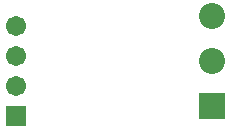
<source format=gbs>
G04 Layer_Color=16711935*
%FSLAX24Y24*%
%MOIN*%
G70*
G01*
G75*
%ADD28C,0.0867*%
%ADD29R,0.0867X0.0867*%
%ADD30R,0.0671X0.0671*%
%ADD31C,0.0671*%
D28*
X17150Y12624D02*
D03*
Y14124D02*
D03*
D29*
Y11124D02*
D03*
D30*
X10600Y10800D02*
D03*
D31*
Y11800D02*
D03*
Y12800D02*
D03*
Y13800D02*
D03*
M02*

</source>
